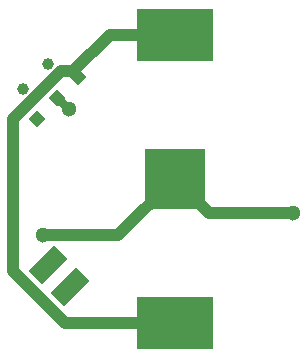
<source format=gbl>
G04 Layer_Physical_Order=2*
G04 Layer_Color=32768*
%FSLAX44Y44*%
%MOMM*%
G71*
G01*
G75*
%ADD25C,1.0000*%
%ADD26C,0.7500*%
%ADD27C,1.0000*%
G04:AMPARAMS|DCode=28|XSize=1.6mm|YSize=3mm|CornerRadius=0mm|HoleSize=0mm|Usage=FLASHONLY|Rotation=315.000|XOffset=0mm|YOffset=0mm|HoleType=Round|Shape=Rectangle|*
%AMROTATEDRECTD28*
4,1,4,-1.6263,-0.4950,0.4950,1.6263,1.6263,0.4950,-0.4950,-1.6263,-1.6263,-0.4950,0.0*
%
%ADD28ROTATEDRECTD28*%

%ADD29C,1.3000*%
%ADD30P,1.4142X4X90.0*%
%ADD31R,6.5000X4.5000*%
%ADD32R,5.2000X5.2000*%
D25*
X77000Y29000D02*
X170000D01*
X33000Y73000D02*
X77000Y29000D01*
X33000Y73000D02*
Y201322D01*
X58000Y103000D02*
X122000D01*
X84000Y242000D02*
X115000Y273000D01*
X73678Y242000D02*
X84000D01*
X33000Y201322D02*
X73678Y242000D01*
X122000Y103000D02*
X170000Y151000D01*
X199000Y122000D02*
X270000D01*
X170000Y151000D02*
X199000Y122000D01*
X115000Y273000D02*
X170000D01*
D26*
X80000Y210000D02*
X80000D01*
X70385Y219615D02*
X80000Y210000D01*
D27*
X62607Y248607D02*
D03*
X41393Y227393D02*
D03*
D28*
X80637Y59677D02*
D03*
X62677Y77637D02*
D03*
D29*
X58000Y103000D02*
D03*
X80000Y210000D02*
D03*
X270000Y122000D02*
D03*
D30*
X88062Y237293D02*
D03*
X70385Y219615D02*
D03*
X52707Y201938D02*
D03*
D31*
X170000Y29000D02*
D03*
Y273000D02*
D03*
D32*
Y151000D02*
D03*
M02*

</source>
